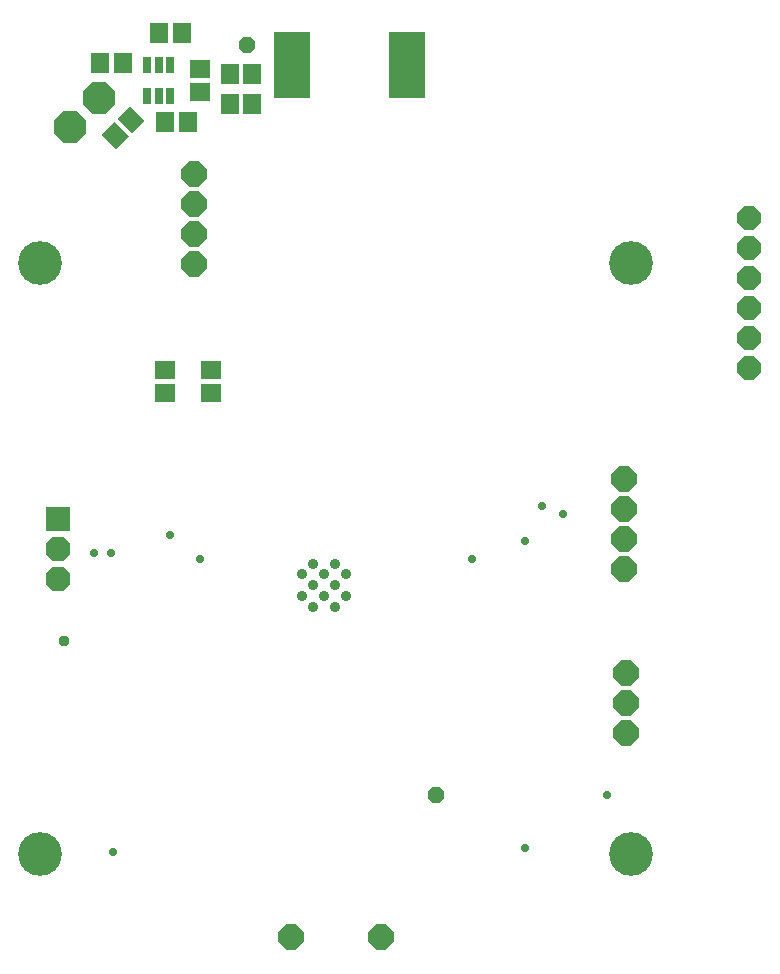
<source format=gbr>
G04 EAGLE Gerber RS-274X export*
G75*
%MOMM*%
%FSLAX34Y34*%
%LPD*%
%INSoldermask Bottom*%
%IPPOS*%
%AMOC8*
5,1,8,0,0,1.08239X$1,22.5*%
G01*
%ADD10C,3.703200*%
%ADD11P,2.969212X8X247.500000*%
%ADD12R,1.703200X1.503200*%
%ADD13R,2.082800X2.082800*%
%ADD14P,2.254402X8X22.500000*%
%ADD15P,2.309387X8X22.500000*%
%ADD16P,2.309387X8X292.500000*%
%ADD17C,0.911200*%
%ADD18R,0.803200X1.403200*%
%ADD19R,1.503200X1.703200*%
%ADD20R,3.103200X5.603200*%
%ADD21P,2.144431X8X202.500000*%
%ADD22P,0.980212X8X22.500000*%
%ADD23P,1.464690X8X22.500000*%
%ADD24P,0.763734X8X22.500000*%
%ADD25P,1.518810X8X22.500000*%
%ADD26C,0.705600*%


D10*
X750000Y750000D03*
X250000Y750000D03*
X750000Y250000D03*
X250000Y250000D03*
D11*
X299900Y890400D03*
X275204Y865704D03*
D12*
X355300Y640500D03*
X355300Y659500D03*
X394700Y659500D03*
X394700Y640500D03*
D13*
X264950Y533400D03*
D14*
X264950Y508000D03*
X264950Y482600D03*
D15*
X379600Y825600D03*
X379600Y800200D03*
X379600Y774800D03*
X379600Y749400D03*
D16*
X745440Y378280D03*
X745440Y352880D03*
X745440Y403680D03*
D15*
X462000Y179600D03*
X538000Y179600D03*
X744000Y491500D03*
X744000Y516900D03*
X744000Y542300D03*
X744000Y567700D03*
D17*
X480825Y495950D03*
X499175Y495950D03*
X471650Y486775D03*
X490000Y486775D03*
X508350Y486775D03*
X480825Y477600D03*
X499175Y477600D03*
X471650Y468425D03*
X490000Y468425D03*
X508350Y468425D03*
X480825Y459250D03*
X499175Y459250D03*
D18*
X350000Y918000D03*
X340500Y918000D03*
X359500Y918000D03*
X350000Y892000D03*
X359500Y892000D03*
X340500Y892000D03*
D12*
X385000Y895500D03*
X385000Y914500D03*
D19*
X429500Y910000D03*
X410500Y910000D03*
X429500Y885000D03*
X410500Y885000D03*
X350500Y945000D03*
X369500Y945000D03*
X355500Y870000D03*
X374500Y870000D03*
G36*
X324619Y857575D02*
X313990Y846946D01*
X301947Y858989D01*
X312576Y869618D01*
X324619Y857575D01*
G37*
G36*
X338054Y871011D02*
X327425Y860382D01*
X315382Y872425D01*
X326011Y883054D01*
X338054Y871011D01*
G37*
X319500Y920000D03*
X300500Y920000D03*
D20*
X560000Y918000D03*
X463000Y918000D03*
D21*
X850000Y661500D03*
X850000Y686900D03*
X850000Y712300D03*
X850000Y737700D03*
X850000Y763100D03*
X850000Y788500D03*
D22*
X270000Y430000D03*
D23*
X425000Y935000D03*
D24*
X311000Y252000D03*
D25*
X585000Y300000D03*
D24*
X385000Y500000D03*
X360000Y520000D03*
D26*
X692500Y537500D03*
X660000Y515000D03*
X675000Y545000D03*
X615000Y500000D03*
X295000Y505000D03*
X730000Y300000D03*
X660000Y255000D03*
X310000Y505000D03*
M02*

</source>
